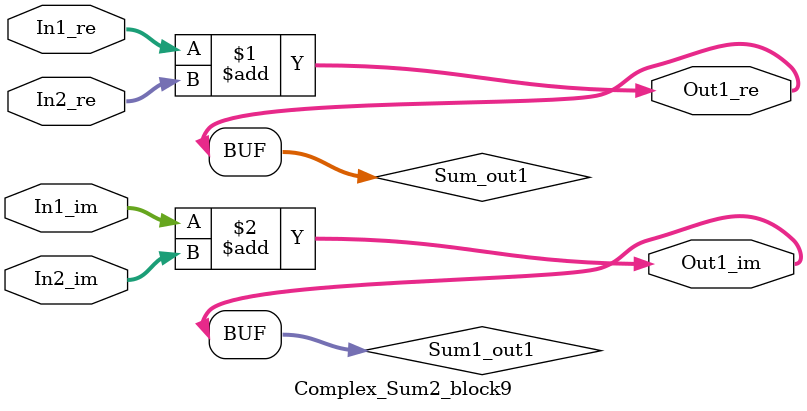
<source format=v>



`timescale 1 ns / 1 ns

module Complex_Sum2_block9
          (In1_re,
           In1_im,
           In2_re,
           In2_im,
           Out1_re,
           Out1_im);


  input   signed [36:0] In1_re;  // sfix37_En22
  input   signed [36:0] In1_im;  // sfix37_En22
  input   signed [36:0] In2_re;  // sfix37_En22
  input   signed [36:0] In2_im;  // sfix37_En22
  output  signed [36:0] Out1_re;  // sfix37_En22
  output  signed [36:0] Out1_im;  // sfix37_En22


  wire signed [36:0] Sum_out1;  // sfix37_En22
  wire signed [36:0] Sum1_out1;  // sfix37_En22


  assign Sum_out1 = In1_re + In2_re;



  assign Out1_re = Sum_out1;

  assign Sum1_out1 = In1_im + In2_im;



  assign Out1_im = Sum1_out1;

endmodule  // Complex_Sum2_block9


</source>
